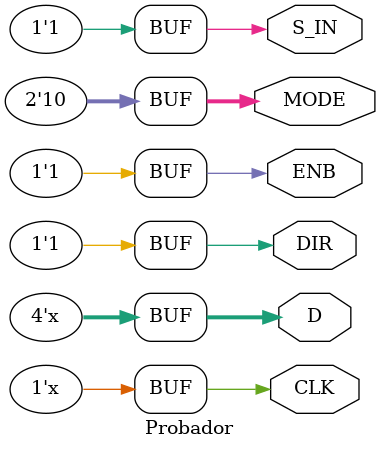
<source format=v>
module Probador (
		 output reg 	  CLK,
		 output reg 	  ENB,
		 output reg 	  DIR,
		 output reg 	  S_IN,
		 output reg [3:0] D,
		 output reg [1:0] MODE
		 );
		 
   initial
     begin
	#10 CLK = 1'b0;
	ENB = 1;	
	DIR = 0;
	S_IN = 1;
	// Prueba 5, inicialmente el registro se encuentra
	// indeterminado y se carga 0000 en paralelo
	D[3:0] = 4'b0000;
	#2 MODE[1:0] = 2'b10;
	// Prueba 1, funcionamiento rotacion izq
	#6 MODE[1:0] = 2'b00;
	// Prueba 2, funcionamiento rotacion der
	#9 DIR = 1;
	#1 S_IN = 0;
	#1 S_IN = 1;
	#2 S_IN = 0;
	#5 S_IN = 0;
	// Prueba 3, rotacion circular a la izq
	#4 S_IN = 1;
	#2 MODE[1:0] = 2'b01;
	DIR = 0;	
	// Prueba 4, rotacion circular a la der	       
	#6 DIR=1;
	// Demostración de funcionamiento del enable
	#10 MODE[1:0] = 2'b10;
	D[3:0] = 4'b1100;	
	#4 D[3:0] = 4'b0011;
	#2 D[3:0] = 4'b0110;
	ENB = 0;
	#4 D[3:0] = 4'b0000;
	#2 D[3:0] = 4'b1010;
	#40 ENB = 1;
	



	
     end
   always
     begin
	#1 CLK = ~CLK;
	
     end
   //always 
   //  #25 ENB = ~ENB;
   //always //@ (posedge CLK)
   //  #30 MODE<= (MODE + 2'b01);
   always //@ (posedge CLK)
     #30 D <= (D + 4'b0101);
		 
endmodule

</source>
